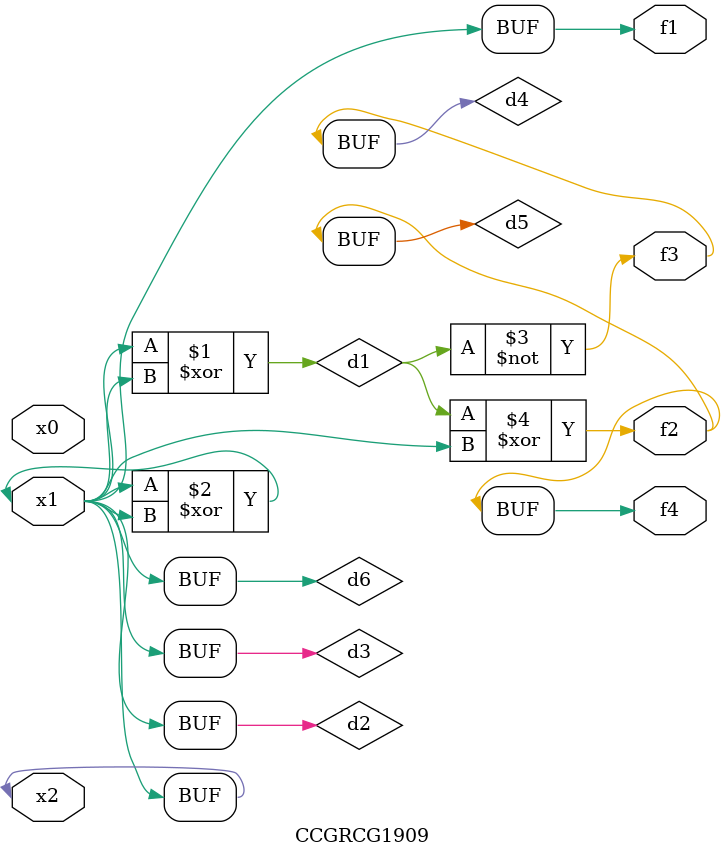
<source format=v>
module CCGRCG1909(
	input x0, x1, x2,
	output f1, f2, f3, f4
);

	wire d1, d2, d3, d4, d5, d6;

	xor (d1, x1, x2);
	buf (d2, x1, x2);
	xor (d3, x1, x2);
	nor (d4, d1);
	xor (d5, d1, d2);
	buf (d6, d2, d3);
	assign f1 = d6;
	assign f2 = d5;
	assign f3 = d4;
	assign f4 = d5;
endmodule

</source>
